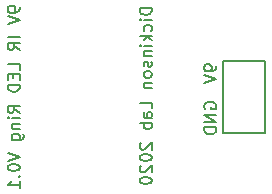
<source format=gbr>
G04 #@! TF.GenerationSoftware,KiCad,Pcbnew,5.1.7-a382d34a8~87~ubuntu18.04.1*
G04 #@! TF.CreationDate,2020-12-09T10:15:32-08:00*
G04 #@! TF.ProjectId,led_ring,6c65645f-7269-46e6-972e-6b696361645f,rev?*
G04 #@! TF.SameCoordinates,Original*
G04 #@! TF.FileFunction,Legend,Bot*
G04 #@! TF.FilePolarity,Positive*
%FSLAX46Y46*%
G04 Gerber Fmt 4.6, Leading zero omitted, Abs format (unit mm)*
G04 Created by KiCad (PCBNEW 5.1.7-a382d34a8~87~ubuntu18.04.1) date 2020-12-09 10:15:32*
%MOMM*%
%LPD*%
G01*
G04 APERTURE LIST*
%ADD10C,0.203200*%
%ADD11C,0.200000*%
G04 APERTURE END LIST*
D10*
X61468000Y-51782617D02*
X61419619Y-51683194D01*
X61419619Y-51534060D01*
X61468000Y-51384925D01*
X61564761Y-51285502D01*
X61661523Y-51235791D01*
X61855047Y-51186080D01*
X62000190Y-51186080D01*
X62193714Y-51235791D01*
X62290476Y-51285502D01*
X62387238Y-51384925D01*
X62435619Y-51534060D01*
X62435619Y-51633482D01*
X62387238Y-51782617D01*
X62338857Y-51832328D01*
X62000190Y-51832328D01*
X62000190Y-51633482D01*
X62435619Y-52279731D02*
X61419619Y-52279731D01*
X62435619Y-52876268D01*
X61419619Y-52876268D01*
X62435619Y-53373382D02*
X61419619Y-53373382D01*
X61419619Y-53621940D01*
X61468000Y-53771074D01*
X61564761Y-53870497D01*
X61661523Y-53920208D01*
X61855047Y-53969920D01*
X62000190Y-53969920D01*
X62193714Y-53920208D01*
X62290476Y-53870497D01*
X62387238Y-53771074D01*
X62435619Y-53621940D01*
X62435619Y-53373382D01*
X62435619Y-48139047D02*
X62435619Y-48332571D01*
X62387238Y-48429333D01*
X62338857Y-48477714D01*
X62193714Y-48574476D01*
X62000190Y-48622857D01*
X61613142Y-48622857D01*
X61516380Y-48574476D01*
X61468000Y-48526095D01*
X61419619Y-48429333D01*
X61419619Y-48235809D01*
X61468000Y-48139047D01*
X61516380Y-48090666D01*
X61613142Y-48042285D01*
X61855047Y-48042285D01*
X61951809Y-48090666D01*
X62000190Y-48139047D01*
X62048571Y-48235809D01*
X62048571Y-48429333D01*
X62000190Y-48526095D01*
X61951809Y-48574476D01*
X61855047Y-48622857D01*
X61419619Y-48913142D02*
X62435619Y-49251809D01*
X61419619Y-49590476D01*
X56974619Y-43246523D02*
X55958619Y-43246523D01*
X55958619Y-43488428D01*
X56007000Y-43633571D01*
X56103761Y-43730333D01*
X56200523Y-43778714D01*
X56394047Y-43827095D01*
X56539190Y-43827095D01*
X56732714Y-43778714D01*
X56829476Y-43730333D01*
X56926238Y-43633571D01*
X56974619Y-43488428D01*
X56974619Y-43246523D01*
X56974619Y-44262523D02*
X56297285Y-44262523D01*
X55958619Y-44262523D02*
X56007000Y-44214142D01*
X56055380Y-44262523D01*
X56007000Y-44310904D01*
X55958619Y-44262523D01*
X56055380Y-44262523D01*
X56926238Y-45181761D02*
X56974619Y-45085000D01*
X56974619Y-44891476D01*
X56926238Y-44794714D01*
X56877857Y-44746333D01*
X56781095Y-44697952D01*
X56490809Y-44697952D01*
X56394047Y-44746333D01*
X56345666Y-44794714D01*
X56297285Y-44891476D01*
X56297285Y-45085000D01*
X56345666Y-45181761D01*
X56974619Y-45617190D02*
X55958619Y-45617190D01*
X56587571Y-45713952D02*
X56974619Y-46004238D01*
X56297285Y-46004238D02*
X56684333Y-45617190D01*
X56974619Y-46439666D02*
X56297285Y-46439666D01*
X55958619Y-46439666D02*
X56007000Y-46391285D01*
X56055380Y-46439666D01*
X56007000Y-46488047D01*
X55958619Y-46439666D01*
X56055380Y-46439666D01*
X56297285Y-46923476D02*
X56974619Y-46923476D01*
X56394047Y-46923476D02*
X56345666Y-46971857D01*
X56297285Y-47068619D01*
X56297285Y-47213761D01*
X56345666Y-47310523D01*
X56442428Y-47358904D01*
X56974619Y-47358904D01*
X56926238Y-47794333D02*
X56974619Y-47891095D01*
X56974619Y-48084619D01*
X56926238Y-48181380D01*
X56829476Y-48229761D01*
X56781095Y-48229761D01*
X56684333Y-48181380D01*
X56635952Y-48084619D01*
X56635952Y-47939476D01*
X56587571Y-47842714D01*
X56490809Y-47794333D01*
X56442428Y-47794333D01*
X56345666Y-47842714D01*
X56297285Y-47939476D01*
X56297285Y-48084619D01*
X56345666Y-48181380D01*
X56974619Y-48810333D02*
X56926238Y-48713571D01*
X56877857Y-48665190D01*
X56781095Y-48616809D01*
X56490809Y-48616809D01*
X56394047Y-48665190D01*
X56345666Y-48713571D01*
X56297285Y-48810333D01*
X56297285Y-48955476D01*
X56345666Y-49052238D01*
X56394047Y-49100619D01*
X56490809Y-49149000D01*
X56781095Y-49149000D01*
X56877857Y-49100619D01*
X56926238Y-49052238D01*
X56974619Y-48955476D01*
X56974619Y-48810333D01*
X56297285Y-49584428D02*
X56974619Y-49584428D01*
X56394047Y-49584428D02*
X56345666Y-49632809D01*
X56297285Y-49729571D01*
X56297285Y-49874714D01*
X56345666Y-49971476D01*
X56442428Y-50019857D01*
X56974619Y-50019857D01*
X56974619Y-51761571D02*
X56974619Y-51277761D01*
X55958619Y-51277761D01*
X56974619Y-52535666D02*
X56442428Y-52535666D01*
X56345666Y-52487285D01*
X56297285Y-52390523D01*
X56297285Y-52197000D01*
X56345666Y-52100238D01*
X56926238Y-52535666D02*
X56974619Y-52438904D01*
X56974619Y-52197000D01*
X56926238Y-52100238D01*
X56829476Y-52051857D01*
X56732714Y-52051857D01*
X56635952Y-52100238D01*
X56587571Y-52197000D01*
X56587571Y-52438904D01*
X56539190Y-52535666D01*
X56974619Y-53019476D02*
X55958619Y-53019476D01*
X56345666Y-53019476D02*
X56297285Y-53116238D01*
X56297285Y-53309761D01*
X56345666Y-53406523D01*
X56394047Y-53454904D01*
X56490809Y-53503285D01*
X56781095Y-53503285D01*
X56877857Y-53454904D01*
X56926238Y-53406523D01*
X56974619Y-53309761D01*
X56974619Y-53116238D01*
X56926238Y-53019476D01*
X56055380Y-54664428D02*
X56007000Y-54712809D01*
X55958619Y-54809571D01*
X55958619Y-55051476D01*
X56007000Y-55148238D01*
X56055380Y-55196619D01*
X56152142Y-55245000D01*
X56248904Y-55245000D01*
X56394047Y-55196619D01*
X56974619Y-54616047D01*
X56974619Y-55245000D01*
X55958619Y-55873952D02*
X55958619Y-55970714D01*
X56007000Y-56067476D01*
X56055380Y-56115857D01*
X56152142Y-56164238D01*
X56345666Y-56212619D01*
X56587571Y-56212619D01*
X56781095Y-56164238D01*
X56877857Y-56115857D01*
X56926238Y-56067476D01*
X56974619Y-55970714D01*
X56974619Y-55873952D01*
X56926238Y-55777190D01*
X56877857Y-55728809D01*
X56781095Y-55680428D01*
X56587571Y-55632047D01*
X56345666Y-55632047D01*
X56152142Y-55680428D01*
X56055380Y-55728809D01*
X56007000Y-55777190D01*
X55958619Y-55873952D01*
X56055380Y-56599666D02*
X56007000Y-56648047D01*
X55958619Y-56744809D01*
X55958619Y-56986714D01*
X56007000Y-57083476D01*
X56055380Y-57131857D01*
X56152142Y-57180238D01*
X56248904Y-57180238D01*
X56394047Y-57131857D01*
X56974619Y-56551285D01*
X56974619Y-57180238D01*
X55958619Y-57809190D02*
X55958619Y-57905952D01*
X56007000Y-58002714D01*
X56055380Y-58051095D01*
X56152142Y-58099476D01*
X56345666Y-58147857D01*
X56587571Y-58147857D01*
X56781095Y-58099476D01*
X56877857Y-58051095D01*
X56926238Y-58002714D01*
X56974619Y-57905952D01*
X56974619Y-57809190D01*
X56926238Y-57712428D01*
X56877857Y-57664047D01*
X56781095Y-57615666D01*
X56587571Y-57567285D01*
X56345666Y-57567285D01*
X56152142Y-57615666D01*
X56055380Y-57664047D01*
X56007000Y-57712428D01*
X55958619Y-57809190D01*
X45798619Y-43180000D02*
X45798619Y-43373523D01*
X45750238Y-43470285D01*
X45701857Y-43518666D01*
X45556714Y-43615428D01*
X45363190Y-43663809D01*
X44976142Y-43663809D01*
X44879380Y-43615428D01*
X44831000Y-43567047D01*
X44782619Y-43470285D01*
X44782619Y-43276761D01*
X44831000Y-43180000D01*
X44879380Y-43131619D01*
X44976142Y-43083238D01*
X45218047Y-43083238D01*
X45314809Y-43131619D01*
X45363190Y-43180000D01*
X45411571Y-43276761D01*
X45411571Y-43470285D01*
X45363190Y-43567047D01*
X45314809Y-43615428D01*
X45218047Y-43663809D01*
X44782619Y-43954095D02*
X45798619Y-44292761D01*
X44782619Y-44631428D01*
X45798619Y-45744190D02*
X44782619Y-45744190D01*
X45798619Y-46808571D02*
X45314809Y-46469904D01*
X45798619Y-46228000D02*
X44782619Y-46228000D01*
X44782619Y-46615047D01*
X44831000Y-46711809D01*
X44879380Y-46760190D01*
X44976142Y-46808571D01*
X45121285Y-46808571D01*
X45218047Y-46760190D01*
X45266428Y-46711809D01*
X45314809Y-46615047D01*
X45314809Y-46228000D01*
X45798619Y-48501904D02*
X45798619Y-48018095D01*
X44782619Y-48018095D01*
X45266428Y-48840571D02*
X45266428Y-49179238D01*
X45798619Y-49324380D02*
X45798619Y-48840571D01*
X44782619Y-48840571D01*
X44782619Y-49324380D01*
X45798619Y-49759809D02*
X44782619Y-49759809D01*
X44782619Y-50001714D01*
X44831000Y-50146857D01*
X44927761Y-50243619D01*
X45024523Y-50292000D01*
X45218047Y-50340380D01*
X45363190Y-50340380D01*
X45556714Y-50292000D01*
X45653476Y-50243619D01*
X45750238Y-50146857D01*
X45798619Y-50001714D01*
X45798619Y-49759809D01*
X45798619Y-52130476D02*
X45314809Y-51791809D01*
X45798619Y-51549904D02*
X44782619Y-51549904D01*
X44782619Y-51936952D01*
X44831000Y-52033714D01*
X44879380Y-52082095D01*
X44976142Y-52130476D01*
X45121285Y-52130476D01*
X45218047Y-52082095D01*
X45266428Y-52033714D01*
X45314809Y-51936952D01*
X45314809Y-51549904D01*
X45798619Y-52565904D02*
X45121285Y-52565904D01*
X44782619Y-52565904D02*
X44831000Y-52517523D01*
X44879380Y-52565904D01*
X44831000Y-52614285D01*
X44782619Y-52565904D01*
X44879380Y-52565904D01*
X45121285Y-53049714D02*
X45798619Y-53049714D01*
X45218047Y-53049714D02*
X45169666Y-53098095D01*
X45121285Y-53194857D01*
X45121285Y-53340000D01*
X45169666Y-53436761D01*
X45266428Y-53485142D01*
X45798619Y-53485142D01*
X45121285Y-54404380D02*
X45943761Y-54404380D01*
X46040523Y-54356000D01*
X46088904Y-54307619D01*
X46137285Y-54210857D01*
X46137285Y-54065714D01*
X46088904Y-53968952D01*
X45750238Y-54404380D02*
X45798619Y-54307619D01*
X45798619Y-54114095D01*
X45750238Y-54017333D01*
X45701857Y-53968952D01*
X45605095Y-53920571D01*
X45314809Y-53920571D01*
X45218047Y-53968952D01*
X45169666Y-54017333D01*
X45121285Y-54114095D01*
X45121285Y-54307619D01*
X45169666Y-54404380D01*
X44782619Y-55517142D02*
X45798619Y-55855809D01*
X44782619Y-56194476D01*
X44782619Y-56726666D02*
X44782619Y-56823428D01*
X44831000Y-56920190D01*
X44879380Y-56968571D01*
X44976142Y-57016952D01*
X45169666Y-57065333D01*
X45411571Y-57065333D01*
X45605095Y-57016952D01*
X45701857Y-56968571D01*
X45750238Y-56920190D01*
X45798619Y-56823428D01*
X45798619Y-56726666D01*
X45750238Y-56629904D01*
X45701857Y-56581523D01*
X45605095Y-56533142D01*
X45411571Y-56484761D01*
X45169666Y-56484761D01*
X44976142Y-56533142D01*
X44879380Y-56581523D01*
X44831000Y-56629904D01*
X44782619Y-56726666D01*
X45701857Y-57500761D02*
X45750238Y-57549142D01*
X45798619Y-57500761D01*
X45750238Y-57452380D01*
X45701857Y-57500761D01*
X45798619Y-57500761D01*
X45798619Y-58516761D02*
X45798619Y-57936190D01*
X45798619Y-58226476D02*
X44782619Y-58226476D01*
X44927761Y-58129714D01*
X45024523Y-58032952D01*
X45072904Y-57936190D01*
D11*
X66548000Y-47752000D02*
X62992000Y-47752000D01*
X66548000Y-53848000D02*
X66548000Y-47752000D01*
X62992000Y-53848000D02*
X66548000Y-53848000D01*
X62992000Y-47752000D02*
X62992000Y-53848000D01*
M02*

</source>
